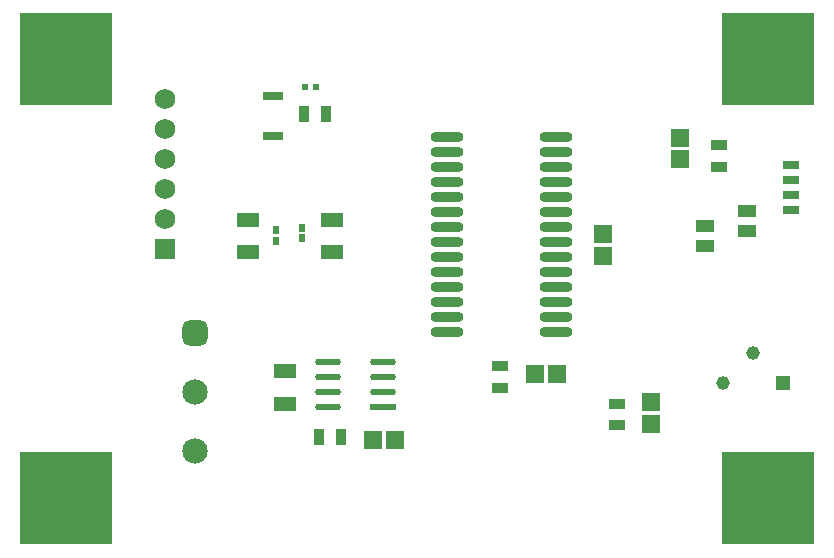
<source format=gts>
G04*
G04 #@! TF.GenerationSoftware,Altium Limited,Altium Designer,24.9.1 (31)*
G04*
G04 Layer_Color=8388736*
%FSLAX44Y44*%
%MOMM*%
G71*
G04*
G04 #@! TF.SameCoordinates,6922BCB2-4B6C-4A80-BBEF-7EC809250BDD*
G04*
G04*
G04 #@! TF.FilePolarity,Negative*
G04*
G01*
G75*
%ADD16R,1.4000X0.9500*%
%ADD17R,1.5562X1.5046*%
%ADD18R,1.4000X0.7000*%
%ADD20R,1.7000X0.8000*%
%ADD22R,0.5000X0.7000*%
%ADD24R,1.5046X1.5562*%
%ADD25R,0.9500X1.4000*%
G04:AMPARAMS|DCode=26|XSize=2.1692mm|YSize=0.5821mm|CornerRadius=0.2911mm|HoleSize=0mm|Usage=FLASHONLY|Rotation=180.000|XOffset=0mm|YOffset=0mm|HoleType=Round|Shape=RoundedRectangle|*
%AMROUNDEDRECTD26*
21,1,2.1692,0.0000,0,0,180.0*
21,1,1.5870,0.5821,0,0,180.0*
1,1,0.5821,-0.7935,0.0000*
1,1,0.5821,0.7935,0.0000*
1,1,0.5821,0.7935,0.0000*
1,1,0.5821,-0.7935,0.0000*
%
%ADD26ROUNDEDRECTD26*%
%ADD27R,2.1692X0.5821*%
%ADD28R,0.5654X0.5725*%
%ADD29O,2.8032X0.9032*%
%ADD30R,1.9032X1.1532*%
%ADD31R,1.5532X1.0532*%
%ADD32R,7.8232X7.8232*%
%ADD33R,1.1500X1.1500*%
%ADD34C,1.1500*%
%ADD35C,2.1532*%
G04:AMPARAMS|DCode=36|XSize=2.1532mm|YSize=2.1532mm|CornerRadius=0.5891mm|HoleSize=0mm|Usage=FLASHONLY|Rotation=270.000|XOffset=0mm|YOffset=0mm|HoleType=Round|Shape=RoundedRectangle|*
%AMROUNDEDRECTD36*
21,1,2.1532,0.9750,0,0,270.0*
21,1,0.9750,2.1532,0,0,270.0*
1,1,1.1782,-0.4875,-0.4875*
1,1,1.1782,-0.4875,0.4875*
1,1,1.1782,0.4875,0.4875*
1,1,1.1782,0.4875,-0.4875*
%
%ADD36ROUNDEDRECTD36*%
%ADD37R,1.7532X1.7532*%
%ADD38C,1.7532*%
D16*
X922020Y378100D02*
D03*
Y396600D02*
D03*
X822960Y428350D02*
D03*
Y409850D02*
D03*
X1008560Y615220D02*
D03*
Y596720D02*
D03*
D17*
X951230Y379612D02*
D03*
Y397628D02*
D03*
X910590Y539750D02*
D03*
Y521734D02*
D03*
X975540Y621328D02*
D03*
Y603312D02*
D03*
D18*
X1069340Y560070D02*
D03*
X1069340Y572770D02*
D03*
X1069340Y585470D02*
D03*
Y598170D02*
D03*
D20*
X631190Y623080D02*
D03*
Y657080D02*
D03*
D22*
X633730Y534560D02*
D03*
Y543560D02*
D03*
X655320Y545520D02*
D03*
Y536520D02*
D03*
D24*
X853322Y421640D02*
D03*
X871338D02*
D03*
X734178Y365760D02*
D03*
X716162D02*
D03*
D25*
X676000Y641350D02*
D03*
X657500D02*
D03*
X688700Y368300D02*
D03*
X670200D02*
D03*
D26*
X677404Y393700D02*
D03*
Y406400D02*
D03*
Y419100D02*
D03*
Y431800D02*
D03*
X724676D02*
D03*
Y419100D02*
D03*
Y406400D02*
D03*
D27*
Y393700D02*
D03*
D28*
X658404Y664210D02*
D03*
X667476D02*
D03*
D29*
X778510Y622300D02*
D03*
X778510Y609600D02*
D03*
Y596900D02*
D03*
X778510Y584200D02*
D03*
X778510Y571500D02*
D03*
X778510Y558800D02*
D03*
X778510Y546100D02*
D03*
Y533400D02*
D03*
X778510Y520700D02*
D03*
X778510Y508000D02*
D03*
X778510Y495300D02*
D03*
X778510Y482600D02*
D03*
Y469900D02*
D03*
X778510Y457200D02*
D03*
X870510Y622300D02*
D03*
Y609600D02*
D03*
Y596900D02*
D03*
Y584200D02*
D03*
Y571500D02*
D03*
Y558800D02*
D03*
Y546100D02*
D03*
Y533400D02*
D03*
Y520700D02*
D03*
Y508000D02*
D03*
Y495300D02*
D03*
Y482600D02*
D03*
Y469900D02*
D03*
Y457200D02*
D03*
D30*
X680720Y524730D02*
D03*
Y552230D02*
D03*
X609600Y524730D02*
D03*
Y552230D02*
D03*
X641350Y423960D02*
D03*
Y396460D02*
D03*
D31*
X1032510Y559430D02*
D03*
Y542930D02*
D03*
X996950Y546730D02*
D03*
Y530230D02*
D03*
D32*
X1050290Y316230D02*
D03*
X1050290Y688340D02*
D03*
X455930Y316230D02*
D03*
X455930Y688340D02*
D03*
D33*
X1062990Y414020D02*
D03*
D34*
X1012190D02*
D03*
X1037590Y439420D02*
D03*
D35*
X565230Y406403D02*
D03*
Y356403D02*
D03*
D36*
Y456402D02*
D03*
D37*
X539750Y527050D02*
D03*
D38*
Y552450D02*
D03*
Y577850D02*
D03*
Y603250D02*
D03*
Y628650D02*
D03*
Y654050D02*
D03*
M02*

</source>
